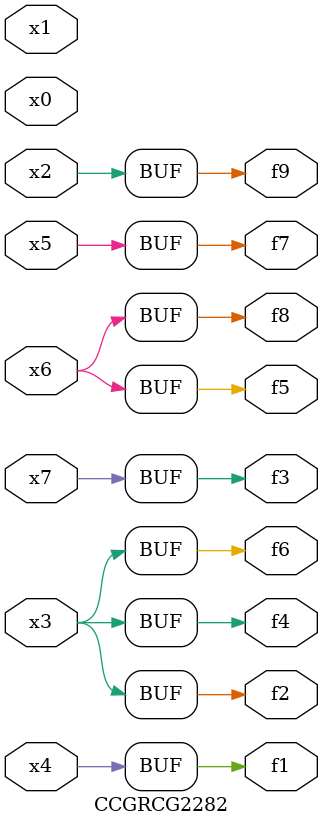
<source format=v>
module CCGRCG2282(
	input x0, x1, x2, x3, x4, x5, x6, x7,
	output f1, f2, f3, f4, f5, f6, f7, f8, f9
);
	assign f1 = x4;
	assign f2 = x3;
	assign f3 = x7;
	assign f4 = x3;
	assign f5 = x6;
	assign f6 = x3;
	assign f7 = x5;
	assign f8 = x6;
	assign f9 = x2;
endmodule

</source>
